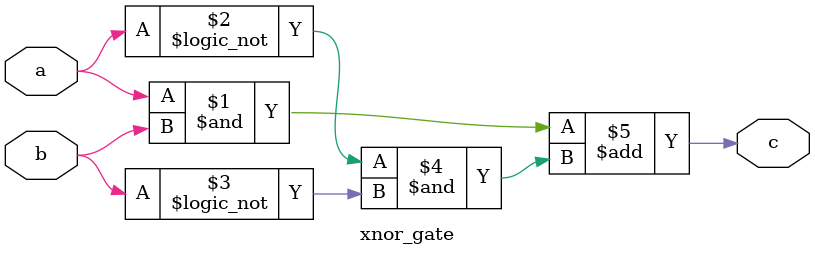
<source format=v>
module and_gate (
    input a, b,
    output c
);
    assign c = a & b;

endmodule

module or_gate (
    input a, b,
    output c
);
    assign c = a | b;

endmodule

module not_gate (
    input a,
    output b
);
    assign b = !a;

endmodule

module nand_gate (
    input a, b,
    output c
);
    assign c = !(a & b);

endmodule

module nor_gate (
    input a, b,
    output c
);
    assign c = !(a | b);

endmodule

module xor_gate (
    input a, b,
    output c
);
    assign c = (!a & b) + (a & !b);


endmodule

module xnor_gate (
    input a, b,
    output c
);
    assign c = (a & b) + (!a & !b);

endmodule
</source>
